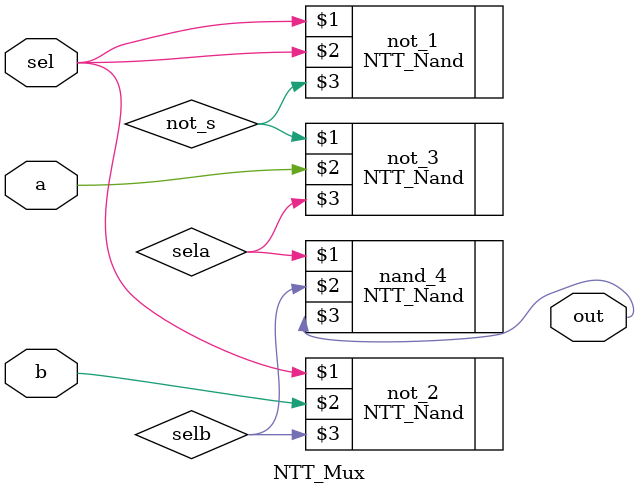
<source format=v>
/** 
 * Multiplexor:
 * out = a if sel == 0
 *       b otherwise
 */
`default_nettype none

module NTT_Mux(
    input wire a,
    input wire b,
    input wire sel,
    output wire out
);


wire not_s, selb, sela;

NTT_Nand not_1(sel, sel, not_s);
NTT_Nand not_2(sel, b, selb);
NTT_Nand not_3(not_s, a, sela);
NTT_Nand nand_4(sela, selb, out);


endmodule

</source>
